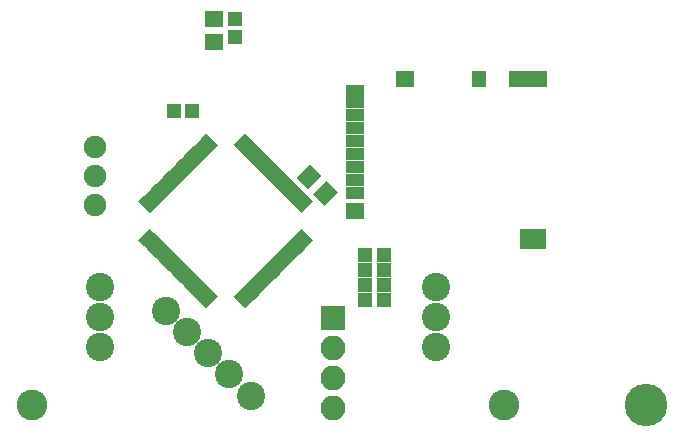
<source format=gbs>
G04 #@! TF.FileFunction,Soldermask,Bot*
%FSLAX46Y46*%
G04 Gerber Fmt 4.6, Leading zero omitted, Abs format (unit mm)*
G04 Created by KiCad (PCBNEW 4.0.6) date 03/12/17 16:14:44*
%MOMM*%
%LPD*%
G01*
G04 APERTURE LIST*
%ADD10C,0.100000*%
%ADD11C,2.600000*%
%ADD12C,2.400000*%
%ADD13C,1.900000*%
%ADD14R,1.150000X1.200000*%
%ADD15R,1.650000X1.400000*%
%ADD16R,1.200000X1.150000*%
%ADD17R,1.200000X1.200000*%
%ADD18R,2.100000X2.100000*%
%ADD19O,2.100000X2.100000*%
%ADD20C,3.600000*%
%ADD21R,2.300000X1.700000*%
%ADD22R,1.600000X1.100000*%
%ADD23R,1.600000X1.400000*%
%ADD24R,1.200000X1.400000*%
%ADD25R,3.200000X1.400000*%
G04 APERTURE END LIST*
D10*
D11*
X95000000Y-92000000D03*
D12*
X89224000Y-87046000D03*
X89224000Y-84506000D03*
X89224000Y-81966000D03*
X60776000Y-87046000D03*
X60776000Y-84506000D03*
X60776000Y-81966000D03*
D10*
G36*
X64037057Y-74733977D02*
X64496676Y-74274358D01*
X65486625Y-75264307D01*
X65027006Y-75723926D01*
X64037057Y-74733977D01*
X64037057Y-74733977D01*
G37*
G36*
X64390610Y-74380423D02*
X64850229Y-73920804D01*
X65840178Y-74910753D01*
X65380559Y-75370372D01*
X64390610Y-74380423D01*
X64390610Y-74380423D01*
G37*
G36*
X64744164Y-74026870D02*
X65203783Y-73567251D01*
X66193732Y-74557200D01*
X65734113Y-75016819D01*
X64744164Y-74026870D01*
X64744164Y-74026870D01*
G37*
G36*
X65097717Y-73673317D02*
X65557336Y-73213698D01*
X66547285Y-74203647D01*
X66087666Y-74663266D01*
X65097717Y-73673317D01*
X65097717Y-73673317D01*
G37*
G36*
X65451270Y-73319763D02*
X65910889Y-72860144D01*
X66900838Y-73850093D01*
X66441219Y-74309712D01*
X65451270Y-73319763D01*
X65451270Y-73319763D01*
G37*
G36*
X65804824Y-72966210D02*
X66264443Y-72506591D01*
X67254392Y-73496540D01*
X66794773Y-73956159D01*
X65804824Y-72966210D01*
X65804824Y-72966210D01*
G37*
G36*
X66158377Y-72612656D02*
X66617996Y-72153037D01*
X67607945Y-73142986D01*
X67148326Y-73602605D01*
X66158377Y-72612656D01*
X66158377Y-72612656D01*
G37*
G36*
X66511931Y-72259103D02*
X66971550Y-71799484D01*
X67961499Y-72789433D01*
X67501880Y-73249052D01*
X66511931Y-72259103D01*
X66511931Y-72259103D01*
G37*
G36*
X66865484Y-71905550D02*
X67325103Y-71445931D01*
X68315052Y-72435880D01*
X67855433Y-72895499D01*
X66865484Y-71905550D01*
X66865484Y-71905550D01*
G37*
G36*
X67219037Y-71551996D02*
X67678656Y-71092377D01*
X68668605Y-72082326D01*
X68208986Y-72541945D01*
X67219037Y-71551996D01*
X67219037Y-71551996D01*
G37*
G36*
X67572591Y-71198443D02*
X68032210Y-70738824D01*
X69022159Y-71728773D01*
X68562540Y-72188392D01*
X67572591Y-71198443D01*
X67572591Y-71198443D01*
G37*
G36*
X67926144Y-70844889D02*
X68385763Y-70385270D01*
X69375712Y-71375219D01*
X68916093Y-71834838D01*
X67926144Y-70844889D01*
X67926144Y-70844889D01*
G37*
G36*
X68279698Y-70491336D02*
X68739317Y-70031717D01*
X69729266Y-71021666D01*
X69269647Y-71481285D01*
X68279698Y-70491336D01*
X68279698Y-70491336D01*
G37*
G36*
X68633251Y-70137783D02*
X69092870Y-69678164D01*
X70082819Y-70668113D01*
X69623200Y-71127732D01*
X68633251Y-70137783D01*
X68633251Y-70137783D01*
G37*
G36*
X68986804Y-69784229D02*
X69446423Y-69324610D01*
X70436372Y-70314559D01*
X69976753Y-70774178D01*
X68986804Y-69784229D01*
X68986804Y-69784229D01*
G37*
G36*
X69340358Y-69430676D02*
X69799977Y-68971057D01*
X70789926Y-69961006D01*
X70330307Y-70420625D01*
X69340358Y-69430676D01*
X69340358Y-69430676D01*
G37*
G36*
X73088023Y-68971057D02*
X73547642Y-69430676D01*
X72557693Y-70420625D01*
X72098074Y-69961006D01*
X73088023Y-68971057D01*
X73088023Y-68971057D01*
G37*
G36*
X73441577Y-69324610D02*
X73901196Y-69784229D01*
X72911247Y-70774178D01*
X72451628Y-70314559D01*
X73441577Y-69324610D01*
X73441577Y-69324610D01*
G37*
G36*
X73795130Y-69678164D02*
X74254749Y-70137783D01*
X73264800Y-71127732D01*
X72805181Y-70668113D01*
X73795130Y-69678164D01*
X73795130Y-69678164D01*
G37*
G36*
X74148683Y-70031717D02*
X74608302Y-70491336D01*
X73618353Y-71481285D01*
X73158734Y-71021666D01*
X74148683Y-70031717D01*
X74148683Y-70031717D01*
G37*
G36*
X74502237Y-70385270D02*
X74961856Y-70844889D01*
X73971907Y-71834838D01*
X73512288Y-71375219D01*
X74502237Y-70385270D01*
X74502237Y-70385270D01*
G37*
G36*
X74855790Y-70738824D02*
X75315409Y-71198443D01*
X74325460Y-72188392D01*
X73865841Y-71728773D01*
X74855790Y-70738824D01*
X74855790Y-70738824D01*
G37*
G36*
X75209344Y-71092377D02*
X75668963Y-71551996D01*
X74679014Y-72541945D01*
X74219395Y-72082326D01*
X75209344Y-71092377D01*
X75209344Y-71092377D01*
G37*
G36*
X75562897Y-71445931D02*
X76022516Y-71905550D01*
X75032567Y-72895499D01*
X74572948Y-72435880D01*
X75562897Y-71445931D01*
X75562897Y-71445931D01*
G37*
G36*
X75916450Y-71799484D02*
X76376069Y-72259103D01*
X75386120Y-73249052D01*
X74926501Y-72789433D01*
X75916450Y-71799484D01*
X75916450Y-71799484D01*
G37*
G36*
X76270004Y-72153037D02*
X76729623Y-72612656D01*
X75739674Y-73602605D01*
X75280055Y-73142986D01*
X76270004Y-72153037D01*
X76270004Y-72153037D01*
G37*
G36*
X76623557Y-72506591D02*
X77083176Y-72966210D01*
X76093227Y-73956159D01*
X75633608Y-73496540D01*
X76623557Y-72506591D01*
X76623557Y-72506591D01*
G37*
G36*
X76977111Y-72860144D02*
X77436730Y-73319763D01*
X76446781Y-74309712D01*
X75987162Y-73850093D01*
X76977111Y-72860144D01*
X76977111Y-72860144D01*
G37*
G36*
X77330664Y-73213698D02*
X77790283Y-73673317D01*
X76800334Y-74663266D01*
X76340715Y-74203647D01*
X77330664Y-73213698D01*
X77330664Y-73213698D01*
G37*
G36*
X77684217Y-73567251D02*
X78143836Y-74026870D01*
X77153887Y-75016819D01*
X76694268Y-74557200D01*
X77684217Y-73567251D01*
X77684217Y-73567251D01*
G37*
G36*
X78037771Y-73920804D02*
X78497390Y-74380423D01*
X77507441Y-75370372D01*
X77047822Y-74910753D01*
X78037771Y-73920804D01*
X78037771Y-73920804D01*
G37*
G36*
X78391324Y-74274358D02*
X78850943Y-74733977D01*
X77860994Y-75723926D01*
X77401375Y-75264307D01*
X78391324Y-74274358D01*
X78391324Y-74274358D01*
G37*
G36*
X77401375Y-77491693D02*
X77860994Y-77032074D01*
X78850943Y-78022023D01*
X78391324Y-78481642D01*
X77401375Y-77491693D01*
X77401375Y-77491693D01*
G37*
G36*
X77047822Y-77845247D02*
X77507441Y-77385628D01*
X78497390Y-78375577D01*
X78037771Y-78835196D01*
X77047822Y-77845247D01*
X77047822Y-77845247D01*
G37*
G36*
X76694268Y-78198800D02*
X77153887Y-77739181D01*
X78143836Y-78729130D01*
X77684217Y-79188749D01*
X76694268Y-78198800D01*
X76694268Y-78198800D01*
G37*
G36*
X76340715Y-78552353D02*
X76800334Y-78092734D01*
X77790283Y-79082683D01*
X77330664Y-79542302D01*
X76340715Y-78552353D01*
X76340715Y-78552353D01*
G37*
G36*
X75987162Y-78905907D02*
X76446781Y-78446288D01*
X77436730Y-79436237D01*
X76977111Y-79895856D01*
X75987162Y-78905907D01*
X75987162Y-78905907D01*
G37*
G36*
X75633608Y-79259460D02*
X76093227Y-78799841D01*
X77083176Y-79789790D01*
X76623557Y-80249409D01*
X75633608Y-79259460D01*
X75633608Y-79259460D01*
G37*
G36*
X75280055Y-79613014D02*
X75739674Y-79153395D01*
X76729623Y-80143344D01*
X76270004Y-80602963D01*
X75280055Y-79613014D01*
X75280055Y-79613014D01*
G37*
G36*
X74926501Y-79966567D02*
X75386120Y-79506948D01*
X76376069Y-80496897D01*
X75916450Y-80956516D01*
X74926501Y-79966567D01*
X74926501Y-79966567D01*
G37*
G36*
X74572948Y-80320120D02*
X75032567Y-79860501D01*
X76022516Y-80850450D01*
X75562897Y-81310069D01*
X74572948Y-80320120D01*
X74572948Y-80320120D01*
G37*
G36*
X74219395Y-80673674D02*
X74679014Y-80214055D01*
X75668963Y-81204004D01*
X75209344Y-81663623D01*
X74219395Y-80673674D01*
X74219395Y-80673674D01*
G37*
G36*
X73865841Y-81027227D02*
X74325460Y-80567608D01*
X75315409Y-81557557D01*
X74855790Y-82017176D01*
X73865841Y-81027227D01*
X73865841Y-81027227D01*
G37*
G36*
X73512288Y-81380781D02*
X73971907Y-80921162D01*
X74961856Y-81911111D01*
X74502237Y-82370730D01*
X73512288Y-81380781D01*
X73512288Y-81380781D01*
G37*
G36*
X73158734Y-81734334D02*
X73618353Y-81274715D01*
X74608302Y-82264664D01*
X74148683Y-82724283D01*
X73158734Y-81734334D01*
X73158734Y-81734334D01*
G37*
G36*
X72805181Y-82087887D02*
X73264800Y-81628268D01*
X74254749Y-82618217D01*
X73795130Y-83077836D01*
X72805181Y-82087887D01*
X72805181Y-82087887D01*
G37*
G36*
X72451628Y-82441441D02*
X72911247Y-81981822D01*
X73901196Y-82971771D01*
X73441577Y-83431390D01*
X72451628Y-82441441D01*
X72451628Y-82441441D01*
G37*
G36*
X72098074Y-82794994D02*
X72557693Y-82335375D01*
X73547642Y-83325324D01*
X73088023Y-83784943D01*
X72098074Y-82794994D01*
X72098074Y-82794994D01*
G37*
G36*
X70330307Y-82335375D02*
X70789926Y-82794994D01*
X69799977Y-83784943D01*
X69340358Y-83325324D01*
X70330307Y-82335375D01*
X70330307Y-82335375D01*
G37*
G36*
X69976753Y-81981822D02*
X70436372Y-82441441D01*
X69446423Y-83431390D01*
X68986804Y-82971771D01*
X69976753Y-81981822D01*
X69976753Y-81981822D01*
G37*
G36*
X69623200Y-81628268D02*
X70082819Y-82087887D01*
X69092870Y-83077836D01*
X68633251Y-82618217D01*
X69623200Y-81628268D01*
X69623200Y-81628268D01*
G37*
G36*
X69269647Y-81274715D02*
X69729266Y-81734334D01*
X68739317Y-82724283D01*
X68279698Y-82264664D01*
X69269647Y-81274715D01*
X69269647Y-81274715D01*
G37*
G36*
X68916093Y-80921162D02*
X69375712Y-81380781D01*
X68385763Y-82370730D01*
X67926144Y-81911111D01*
X68916093Y-80921162D01*
X68916093Y-80921162D01*
G37*
G36*
X68562540Y-80567608D02*
X69022159Y-81027227D01*
X68032210Y-82017176D01*
X67572591Y-81557557D01*
X68562540Y-80567608D01*
X68562540Y-80567608D01*
G37*
G36*
X68208986Y-80214055D02*
X68668605Y-80673674D01*
X67678656Y-81663623D01*
X67219037Y-81204004D01*
X68208986Y-80214055D01*
X68208986Y-80214055D01*
G37*
G36*
X67855433Y-79860501D02*
X68315052Y-80320120D01*
X67325103Y-81310069D01*
X66865484Y-80850450D01*
X67855433Y-79860501D01*
X67855433Y-79860501D01*
G37*
G36*
X67501880Y-79506948D02*
X67961499Y-79966567D01*
X66971550Y-80956516D01*
X66511931Y-80496897D01*
X67501880Y-79506948D01*
X67501880Y-79506948D01*
G37*
G36*
X67148326Y-79153395D02*
X67607945Y-79613014D01*
X66617996Y-80602963D01*
X66158377Y-80143344D01*
X67148326Y-79153395D01*
X67148326Y-79153395D01*
G37*
G36*
X66794773Y-78799841D02*
X67254392Y-79259460D01*
X66264443Y-80249409D01*
X65804824Y-79789790D01*
X66794773Y-78799841D01*
X66794773Y-78799841D01*
G37*
G36*
X66441219Y-78446288D02*
X66900838Y-78905907D01*
X65910889Y-79895856D01*
X65451270Y-79436237D01*
X66441219Y-78446288D01*
X66441219Y-78446288D01*
G37*
G36*
X66087666Y-78092734D02*
X66547285Y-78552353D01*
X65557336Y-79542302D01*
X65097717Y-79082683D01*
X66087666Y-78092734D01*
X66087666Y-78092734D01*
G37*
G36*
X65734113Y-77739181D02*
X66193732Y-78198800D01*
X65203783Y-79188749D01*
X64744164Y-78729130D01*
X65734113Y-77739181D01*
X65734113Y-77739181D01*
G37*
G36*
X65380559Y-77385628D02*
X65840178Y-77845247D01*
X64850229Y-78835196D01*
X64390610Y-78375577D01*
X65380559Y-77385628D01*
X65380559Y-77385628D01*
G37*
G36*
X65027006Y-77032074D02*
X65486625Y-77491693D01*
X64496676Y-78481642D01*
X64037057Y-78022023D01*
X65027006Y-77032074D01*
X65027006Y-77032074D01*
G37*
D13*
X60395000Y-70128000D03*
X60395000Y-72568000D03*
X60395000Y-75008000D03*
D10*
G36*
X77407662Y-72732388D02*
X78574388Y-71565662D01*
X79564338Y-72555612D01*
X78397612Y-73722338D01*
X77407662Y-72732388D01*
X77407662Y-72732388D01*
G37*
G36*
X78821876Y-74146602D02*
X79988602Y-72979876D01*
X80978552Y-73969826D01*
X79811826Y-75136552D01*
X78821876Y-74146602D01*
X78821876Y-74146602D01*
G37*
D14*
X72206000Y-59321000D03*
X72206000Y-60821000D03*
D15*
X70428000Y-59249000D03*
X70428000Y-61249000D03*
D16*
X67056000Y-67056000D03*
X68556000Y-67056000D03*
D17*
X83236972Y-79294740D03*
X84836972Y-79294740D03*
X83236972Y-80564739D03*
X84836972Y-80564739D03*
X83236973Y-81834738D03*
X84836973Y-81834738D03*
X83236973Y-83104740D03*
X84836973Y-83104740D03*
D18*
X80518000Y-84582000D03*
D19*
X80518000Y-87122000D03*
X80518000Y-89662000D03*
X80518000Y-92202000D03*
D12*
X66364000Y-83998000D03*
X68160051Y-85794051D03*
X69956102Y-87590102D03*
X71752153Y-89386153D03*
X73548204Y-91182204D03*
D20*
X107000000Y-92000000D03*
D21*
X97450500Y-77896500D03*
D22*
X82350500Y-73996500D03*
X82350500Y-72896500D03*
X82350500Y-71796500D03*
X82350500Y-70696500D03*
X82350500Y-69596500D03*
X82350500Y-68496500D03*
X82350500Y-67396500D03*
X82350500Y-66296500D03*
X82350500Y-65346500D03*
D23*
X82350500Y-75546500D03*
X86650500Y-64396500D03*
D24*
X92850500Y-64396500D03*
D25*
X97000500Y-64396500D03*
D11*
X55000000Y-92000000D03*
M02*

</source>
